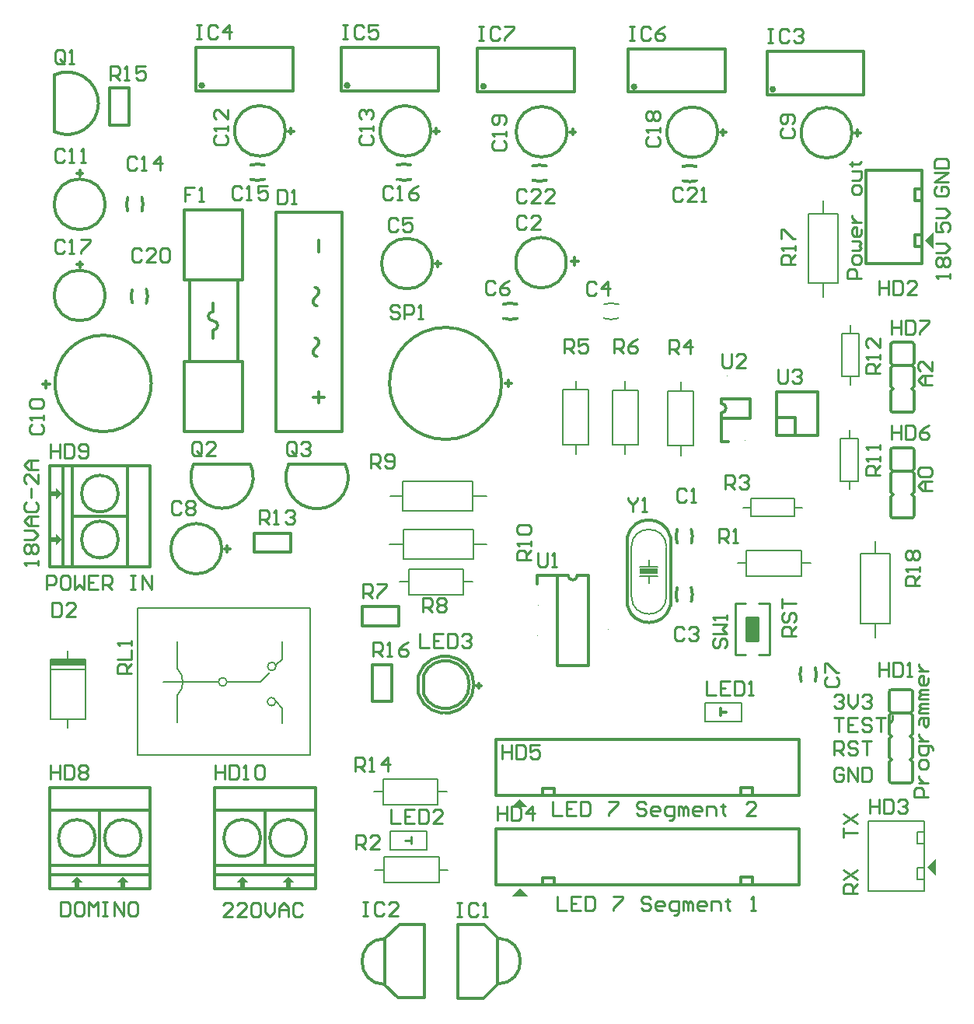
<source format=gto>
G04*
G04 #@! TF.GenerationSoftware,Altium Limited,Altium Designer,23.7.1 (13)*
G04*
G04 Layer_Color=65535*
%FSLAX44Y44*%
%MOMM*%
G71*
G04*
G04 #@! TF.SameCoordinates,08080B6D-4C5C-4958-99E3-925CFEBC34A3*
G04*
G04*
G04 #@! TF.FilePolarity,Positive*
G04*
G01*
G75*
%ADD10C,0.3000*%
%ADD11C,0.2000*%
%ADD12C,0.1000*%
%ADD13C,0.1778*%
%ADD14C,0.2500*%
%ADD15C,0.2540*%
%ADD16R,3.8100X0.7620*%
%ADD17R,1.2700X2.5400*%
G36*
X685290Y780000D02*
X678940Y773650D01*
Y777460D01*
X672590D01*
Y782540D01*
X678940D01*
Y786350D01*
X685290Y780000D01*
D02*
G37*
G36*
X685290Y730000D02*
X678940Y723650D01*
Y727460D01*
X672590D01*
Y732540D01*
X678940D01*
Y736350D01*
X685290Y730000D01*
D02*
G37*
G36*
X888350Y356940D02*
X884540D01*
Y350590D01*
X879460D01*
Y356940D01*
X875650D01*
X882000Y363290D01*
X888350Y356940D01*
D02*
G37*
G36*
X758350D02*
X754540D01*
Y350590D01*
X749460D01*
Y356940D01*
X745650D01*
X752000Y363290D01*
X758350Y356940D01*
D02*
G37*
G36*
X708350D02*
X704540D01*
Y350590D01*
X699460D01*
Y356940D01*
X695650D01*
X702000Y363290D01*
X708350Y356940D01*
D02*
G37*
G36*
X932000Y363290D02*
X925650Y356940D01*
X929460D01*
Y350590D01*
X934540D01*
Y356940D01*
X938350D01*
X932000Y363290D01*
D02*
G37*
G36*
X1175183Y341527D02*
X1193217D01*
X1184327Y350417D01*
Y350671D01*
X1175183Y341527D01*
D02*
G37*
G36*
X1637473Y363983D02*
Y382017D01*
X1628583Y373127D01*
X1628329D01*
X1637473Y363983D01*
D02*
G37*
G36*
X1175183Y438527D02*
X1193217D01*
X1184327Y447417D01*
Y447671D01*
X1175183Y438527D01*
D02*
G37*
G36*
X1314840Y698421D02*
X1334906D01*
Y692579D01*
X1314840D01*
Y698421D01*
D02*
G37*
G36*
X1634973Y1046983D02*
Y1065017D01*
X1626083Y1056127D01*
X1625829Y1056127D01*
X1634973Y1046983D01*
D02*
G37*
D10*
X1586700Y467700D02*
G03*
X1589500Y464900I2800J0D01*
G01*
X1609500Y464900D02*
G03*
X1612300Y467700I0J2800D01*
G01*
X1589500Y566500D02*
G03*
X1586700Y564100I-200J-2600D01*
G01*
X1612300D02*
G03*
X1609500Y566500I-2600J-200D01*
G01*
X1355741Y740819D02*
G03*
X1355829Y725910I22829J-7319D01*
G01*
X1371270Y726214D02*
G03*
X1371288Y740728I-22840J7286D01*
G01*
X1235000Y1031500D02*
G03*
X1235000Y1031500I-27500J0D01*
G01*
X1371259Y662681D02*
G03*
X1371171Y677590I-22829J7319D01*
G01*
X1355730Y677286D02*
G03*
X1355712Y662772I22840J-7286D01*
G01*
X1166481Y970741D02*
G03*
X1181390Y970829I7319J22829D01*
G01*
X1181086Y986270D02*
G03*
X1166572Y986289I-7286J-22840D01*
G01*
X1490741Y590519D02*
G03*
X1490829Y575610I22829J-7319D01*
G01*
X1506270Y575914D02*
G03*
X1506288Y590428I-22840J7286D01*
G01*
X859500Y720000D02*
G03*
X859500Y720000I-27500J0D01*
G01*
X732500Y1095000D02*
G03*
X732500Y1095000I-27500J0D01*
G01*
X928783Y1175000D02*
G03*
X928783Y1175000I-27500J0D01*
G01*
X1087215D02*
G03*
X1087215Y1175000I-27500J0D01*
G01*
X772759Y1087681D02*
G03*
X772671Y1102590I-22829J7319D01*
G01*
X757230Y1102286D02*
G03*
X757212Y1087772I22840J-7286D01*
G01*
X891381Y1122241D02*
G03*
X906290Y1122329I7319J22829D01*
G01*
X905986Y1137770D02*
G03*
X891472Y1137788I-7286J-22840D01*
G01*
X1050781Y1122241D02*
G03*
X1065690Y1122329I7319J22829D01*
G01*
X1065386Y1137770D02*
G03*
X1050872Y1137788I-7286J-22840D01*
G01*
X732500Y995760D02*
G03*
X732500Y995760I-27500J0D01*
G01*
X1399648Y1173500D02*
G03*
X1399648Y1173500I-27500J0D01*
G01*
X1235580Y1174000D02*
G03*
X1235580Y1174000I-27500J0D01*
G01*
X777759Y987480D02*
G03*
X777671Y1002389I-22829J7319D01*
G01*
X762230Y1002085D02*
G03*
X762212Y987571I22840J-7286D01*
G01*
X1361981Y1120741D02*
G03*
X1376890Y1120829I7319J22829D01*
G01*
X1376586Y1136270D02*
G03*
X1362072Y1136289I-7286J-22840D01*
G01*
X1198481Y1121241D02*
G03*
X1213390Y1121329I7319J22829D01*
G01*
X1213086Y1136770D02*
G03*
X1198572Y1136788I-7286J-22840D01*
G01*
X963953Y941134D02*
G03*
X961398Y949669I-3453J3616D01*
G01*
X960750Y937840D02*
G03*
X963306Y929306I3453J-3616D01*
G01*
X960750Y992840D02*
G03*
X963306Y984306I3453J-3616D01*
G01*
X963953Y996134D02*
G03*
X961398Y1004669I-3453J3616D01*
G01*
X850250Y957990D02*
G03*
X850250Y968150I0J5080D01*
G01*
X850250Y978310D02*
G03*
X850250Y968150I0J-5080D01*
G01*
X1613800Y827200D02*
G03*
X1611000Y829600I-2600J-200D01*
G01*
X1591000Y829600D02*
G03*
X1588200Y827200I-200J-2600D01*
G01*
X1611000Y753400D02*
G03*
X1613800Y756200I0J2800D01*
G01*
X1588200Y756200D02*
G03*
X1591000Y753400I2800J0D01*
G01*
X1613800Y942200D02*
G03*
X1611000Y944600I-2600J-200D01*
G01*
X1591000Y944600D02*
G03*
X1588200Y942200I-200J-2600D01*
G01*
X1611000Y868400D02*
G03*
X1613800Y871200I0J2800D01*
G01*
X1588200D02*
G03*
X1591000Y868400I2800J0D01*
G01*
X772000Y405000D02*
G03*
X772000Y405000I-20000J0D01*
G01*
X722000D02*
G03*
X722000Y405000I-20000J0D01*
G01*
X747000Y730000D02*
G03*
X747000Y730000I-20000J0D01*
G01*
Y780000D02*
G03*
X747000Y780000I-20000J0D01*
G01*
X952000Y405000D02*
G03*
X952000Y405000I-20000J0D01*
G01*
X902000D02*
G03*
X902000Y405000I-20000J0D01*
G01*
X1160000Y246000D02*
G03*
X1160000Y296000I0J25000D01*
G01*
X1037500Y295500D02*
G03*
X1037500Y245500I0J-25000D01*
G01*
X1461950Y1220300D02*
G03*
X1461950Y1220300I-2000J0D01*
G01*
X839883Y1224510D02*
G03*
X839883Y1224510I-2000J0D01*
G01*
X998315D02*
G03*
X998315Y1224510I-2000J0D01*
G01*
X1310748Y1223010D02*
G03*
X1310748Y1223010I-2000J0D01*
G01*
X1146680Y1223510D02*
G03*
X1146680Y1223510I-2000J0D01*
G01*
X1073967Y561972D02*
G03*
X1073941Y581952I29333J10028D01*
G01*
X1079300Y562000D02*
G03*
X1079329Y582068I24000J10000D01*
G01*
X677066Y1174253D02*
G03*
X677066Y1235887I14364J30817D01*
G01*
X829183Y812364D02*
G03*
X890817Y812364I30817J-14364D01*
G01*
X932683Y811864D02*
G03*
X994317Y811864I30817J-14364D01*
G01*
X1164500Y900000D02*
G03*
X1164500Y900000I-61000J0D01*
G01*
X1237000Y691000D02*
G03*
X1247000Y691000I5000J0D01*
G01*
X1404000Y868000D02*
G03*
X1404000Y878000I0J5000D01*
G01*
X1348475Y732832D02*
G03*
X1301525Y732832I-23475J-5582D01*
G01*
Y658168D02*
G03*
X1348475Y658168I23475J5582D01*
G01*
X783000Y900000D02*
G03*
X783000Y900000I-52500J0D01*
G01*
X1546000Y1173000D02*
G03*
X1546000Y1173000I-27500J0D01*
G01*
X1089000Y1030500D02*
G03*
X1089000Y1030500I-27500J0D01*
G01*
X1438200Y451862D02*
Y459482D01*
X1425500D02*
X1438200D01*
X1425500Y451862D02*
Y459482D01*
X1222046Y451354D02*
Y458974D01*
X1209346D02*
X1222046D01*
X1209346Y451354D02*
Y458974D01*
X1158800Y512060D02*
X1489000D01*
Y451100D02*
Y476500D01*
X1158800Y451100D02*
X1489000D01*
X1158800D02*
Y512060D01*
X1489000Y476500D02*
Y512060D01*
X1589240Y541100D02*
X1609660D01*
Y490300D02*
X1612200Y487760D01*
X1586700D02*
X1589240Y490300D01*
X1612300Y467440D02*
Y487760D01*
X1586700Y467440D02*
Y487760D01*
X1589500Y464900D02*
X1609500D01*
X1589500Y566500D02*
X1609500D01*
X1609660Y541100D02*
X1612200Y543640D01*
X1609660Y541100D02*
X1612200Y538560D01*
X1586700Y543640D02*
X1586800D01*
X1589340Y541100D01*
X1589240D02*
X1589340D01*
X1586700Y538560D02*
X1589240Y541100D01*
X1612300Y543640D02*
Y564100D01*
X1609660Y515700D02*
X1612200Y518240D01*
X1609660Y515700D02*
X1612200Y513160D01*
X1612300Y518240D02*
Y538560D01*
X1612200Y518240D02*
X1612300D01*
X1586700Y543740D02*
Y564100D01*
Y543740D02*
X1586800Y543640D01*
X1586700Y518240D02*
Y538560D01*
Y518240D02*
X1586800D01*
X1589340Y515700D01*
X1586800Y513160D02*
X1589340Y515700D01*
X1612300Y492840D02*
Y513300D01*
X1609660Y490300D02*
X1612200Y492840D01*
Y467440D02*
X1612300D01*
X1586700Y492940D02*
X1586800Y492840D01*
X1586700Y492940D02*
Y513300D01*
X1589240Y490300D02*
X1589340D01*
X1586800Y492840D02*
X1589340Y490300D01*
X1586700Y492840D02*
X1586800D01*
X1586700Y467440D02*
X1586800D01*
X862750Y719750D02*
X868750D01*
X865750Y716750D02*
Y722750D01*
X705250Y1125750D02*
Y1131750D01*
X702250Y1128750D02*
X708250D01*
X932033Y1174750D02*
X938033D01*
X935032Y1171750D02*
Y1177750D01*
X1090465Y1174750D02*
X1096465D01*
X1093465Y1171750D02*
Y1177750D01*
X705250Y1026510D02*
Y1032510D01*
X702250Y1029510D02*
X708250D01*
X1402897Y1173250D02*
X1408898D01*
X1405898Y1170250D02*
Y1176250D01*
X1238830Y1173750D02*
X1244830D01*
X1241830Y1170750D02*
Y1176750D01*
X965250Y1055500D02*
X965250Y1043500D01*
X960750Y937841D02*
Y938000D01*
X963884Y941134D01*
X960750Y993000D02*
X963884Y996134D01*
X960750Y992840D02*
Y993000D01*
X965250Y878500D02*
X965250Y890500D01*
X959250Y884500D02*
X971250D01*
X919000Y1086500D02*
X991000D01*
X919000Y847500D02*
Y1086500D01*
Y847500D02*
X991000D01*
Y1086500D01*
X824850Y923700D02*
Y1012600D01*
X818500D02*
Y1088800D01*
X882000Y1012600D02*
Y1088800D01*
X818500Y1012600D02*
X882000D01*
X818500Y1088800D02*
X882000D01*
X818500Y847500D02*
X882000D01*
X876920Y923700D02*
Y1012600D01*
X882000Y847500D02*
Y923700D01*
X818500Y847500D02*
Y923700D01*
X882000D01*
X850250Y978310D02*
Y987200D01*
Y949100D02*
Y957990D01*
X1614780Y1112134D02*
X1622400D01*
X1614780Y1099434D02*
Y1112134D01*
Y1099434D02*
X1622400D01*
X1614526Y1061588D02*
X1622146D01*
X1614526Y1048888D02*
Y1061588D01*
Y1048888D02*
X1622146D01*
X1561440Y1132200D02*
X1597000D01*
X1561440Y1030600D02*
X1622400D01*
Y1132200D01*
X1597000D02*
X1622400D01*
X1561440Y1030600D02*
Y1132200D01*
X1489000Y379500D02*
Y415060D01*
X1158800Y354100D02*
Y415060D01*
Y354100D02*
X1489000D01*
Y379500D01*
X1158800Y415060D02*
X1489000D01*
X1209346Y354354D02*
Y361974D01*
X1222046D01*
Y354354D02*
Y361974D01*
X1425500Y354862D02*
Y362482D01*
X1438200D01*
Y354862D02*
Y362482D01*
X1590840Y804200D02*
X1611160D01*
X1588200Y781340D02*
Y801660D01*
Y806840D02*
X1588300Y806740D01*
X1613800Y781340D02*
Y801660D01*
X1588200D02*
X1590740Y804200D01*
X1590840D01*
X1588300Y806740D02*
X1590840Y804200D01*
X1588200Y806740D02*
X1588300D01*
X1611160Y804200D02*
X1613700Y801660D01*
X1611160Y804200D02*
X1613700Y806740D01*
X1588200Y755940D02*
X1588300D01*
X1613700D02*
X1613800D01*
X1588200Y806840D02*
Y827200D01*
X1613800Y806740D02*
Y827200D01*
X1591000Y829600D02*
X1611000D01*
X1591000Y753400D02*
X1611000D01*
X1588200Y755940D02*
Y776260D01*
X1613800Y755940D02*
Y776260D01*
X1588300Y781340D02*
X1590840Y778800D01*
X1590740D02*
X1590840D01*
X1588200Y776260D02*
X1590740Y778800D01*
X1611160D02*
X1613700Y776260D01*
X1611160Y778800D02*
X1613700Y781340D01*
X1590840Y919200D02*
X1611160D01*
X1588200Y896340D02*
Y916660D01*
Y921840D02*
X1588300Y921740D01*
X1613800Y896340D02*
Y916660D01*
X1588200D02*
X1590740Y919200D01*
X1590840D01*
X1588300Y921740D02*
X1590840Y919200D01*
X1588200Y921740D02*
X1588300D01*
X1611160Y919200D02*
X1613700Y916660D01*
X1611160Y919200D02*
X1613700Y921740D01*
X1588200Y870940D02*
X1588300D01*
X1613700D02*
X1613800D01*
X1588200Y921840D02*
Y942200D01*
X1613800Y921740D02*
Y942200D01*
X1591000Y944600D02*
X1611000D01*
X1591000Y868400D02*
X1611000D01*
X1588200Y870940D02*
Y891260D01*
X1613800Y870940D02*
Y891260D01*
X1588300Y896340D02*
X1590840Y893800D01*
X1590740D02*
X1590840D01*
X1588200Y891260D02*
X1590740Y893800D01*
X1611160D02*
X1613700Y891260D01*
X1611160Y893800D02*
X1613700Y896340D01*
X672000Y350000D02*
Y460000D01*
X782000D01*
Y350000D02*
Y460000D01*
X672000Y350000D02*
X782000D01*
X672000Y365000D02*
X782000D01*
X672000Y375000D02*
X782000D01*
X672000Y435000D02*
X782000D01*
X727000Y375000D02*
Y435000D01*
X672000Y810000D02*
X782000D01*
Y700000D02*
Y810000D01*
X672000Y700000D02*
X782000D01*
X672000D02*
Y810000D01*
X687000Y700000D02*
Y810000D01*
X697000Y700000D02*
Y810000D01*
X757000Y700000D02*
Y810000D01*
X697000Y755000D02*
X757000D01*
X852000Y350000D02*
Y460000D01*
X962000D01*
Y350000D02*
Y460000D01*
X852000Y350000D02*
X962000D01*
X852000Y365000D02*
X962000D01*
X852000Y375000D02*
X962000D01*
X852000Y435000D02*
X962000D01*
X907000Y375000D02*
Y435000D01*
X1144500Y230500D02*
X1160000Y246000D01*
X1117000Y230500D02*
X1144500D01*
X1146000Y310500D02*
X1160000Y296500D01*
X1117000Y310500D02*
X1146000D01*
X1160000Y246000D02*
Y296500D01*
X1117000Y230500D02*
Y310500D01*
X1037500Y295500D02*
X1053000Y311000D01*
X1080500D01*
X1037500Y245000D02*
X1051500Y231000D01*
X1080500D01*
X1037500Y245000D02*
Y295500D01*
X1080500Y231000D02*
Y311000D01*
X1559150Y1214500D02*
Y1261500D01*
X1453750Y1214500D02*
X1559150D01*
X1453750D02*
Y1261500D01*
X1559150D01*
X937083Y1218710D02*
Y1265710D01*
X831682Y1218710D02*
X937083D01*
X831682D02*
Y1265710D01*
X937083D01*
X1095515Y1218710D02*
Y1265710D01*
X990115Y1218710D02*
X1095515D01*
X990115D02*
Y1265710D01*
X1095515D01*
X1407947Y1217210D02*
Y1264210D01*
X1302548Y1217210D02*
X1407947D01*
X1302548D02*
Y1264210D01*
X1407947D01*
X1243880Y1217710D02*
Y1264710D01*
X1138480Y1217710D02*
X1243880D01*
X1138480D02*
Y1264710D01*
X1243880D01*
X1403206Y538190D02*
Y545810D01*
Y542000D02*
X1409302D01*
X1073941Y581952D02*
X1073967Y581926D01*
Y561971D02*
Y581926D01*
X1079300Y582039D02*
X1079328Y582068D01*
X1079300Y562000D02*
Y582039D01*
X1139800Y568500D02*
Y573500D01*
X1137300Y571000D02*
X1142300D01*
X677066Y1174253D02*
Y1235887D01*
X829183Y812364D02*
X890817D01*
X932683Y811864D02*
X994317D01*
X1052500Y636000D02*
Y657000D01*
X1012500D02*
X1052500D01*
X1012500Y636000D02*
Y657000D01*
Y636000D02*
X1052500D01*
X737500Y1221500D02*
X758500D01*
X737500Y1181500D02*
Y1221500D01*
Y1181500D02*
X758500D01*
Y1221500D01*
X1024000Y553500D02*
X1045000D01*
Y593500D01*
X1024000D02*
X1045000D01*
X1024000Y553500D02*
Y593500D01*
X1172000Y896500D02*
Y903500D01*
X1168500Y900000D02*
X1175500D01*
X1203000Y682000D02*
Y691000D01*
X1225000D01*
X1247000D02*
X1259000D01*
X1225000D02*
X1237000D01*
X1225000Y593000D02*
X1259000D01*
X1225000D02*
Y691000D01*
X1259000Y593000D02*
Y691000D01*
X1404000Y837000D02*
X1411500D01*
X1404000D02*
Y862250D01*
Y878000D02*
Y883000D01*
Y862250D02*
Y868000D01*
Y883000D02*
X1435000D01*
Y862250D02*
Y883000D01*
X1404000Y862250D02*
X1435000D01*
X1464250Y891000D02*
X1508750D01*
Y843000D02*
Y891000D01*
X1464250Y843000D02*
X1508750D01*
X1464250D02*
Y891000D01*
X1464750Y862500D02*
X1484750D01*
Y843000D02*
Y862500D01*
X1348500Y658168D02*
Y732832D01*
X1301500Y658168D02*
Y732832D01*
X1549250Y1172750D02*
X1555250D01*
X1552250Y1169750D02*
Y1175750D01*
X1092250Y1030250D02*
X1098250D01*
X1095250Y1027250D02*
Y1033250D01*
X935000Y716000D02*
Y737000D01*
X895000D02*
X935000D01*
X895000Y716000D02*
Y737000D01*
Y716000D02*
X935000D01*
X1248140Y1033122D02*
X1240143D01*
X1244141Y1029123D02*
Y1037121D01*
X664500Y898998D02*
X672497D01*
X668499Y902997D02*
Y894999D01*
D11*
X1275797Y970971D02*
G03*
X1291803Y970971I8003J22599D01*
G01*
X1291803Y986029D02*
G03*
X1275797Y986029I-8003J-22599D01*
G01*
X1354600Y733089D02*
Y734030D01*
X1372400Y732970D02*
Y733911D01*
Y669470D02*
Y670411D01*
X1354600Y669589D02*
Y670530D01*
X1283270Y969600D02*
X1284211D01*
X1283389Y987400D02*
X1284330D01*
X1173270Y969600D02*
X1174211D01*
X1173389Y987400D02*
X1174330D01*
X1489600Y582789D02*
Y583730D01*
X1507400Y582670D02*
Y583611D01*
X773900Y1094470D02*
Y1095411D01*
X756100Y1094589D02*
Y1095530D01*
X898170Y1121100D02*
X899111D01*
X898289Y1138900D02*
X899230D01*
X1057570Y1121100D02*
X1058511D01*
X1057689Y1138900D02*
X1058630D01*
X778900Y994269D02*
Y995210D01*
X761100Y994388D02*
Y995329D01*
X1368770Y1119600D02*
X1369711D01*
X1368889Y1137400D02*
X1369830D01*
X1205270Y1120100D02*
X1206211D01*
X1205389Y1137900D02*
X1206330D01*
X1386000Y532000D02*
Y552000D01*
Y532000D02*
X1426000D01*
Y552000D01*
X1386000D02*
X1426000D01*
X1043000Y392500D02*
X1083000D01*
X1043000D02*
Y412500D01*
X1083000D01*
Y392500D02*
Y412500D01*
D12*
X1204500Y658250D02*
G03*
X1204500Y658250I-500J0D01*
G01*
Y625750D02*
G03*
X1204500Y625750I-500J0D01*
G01*
X1280500Y599750D02*
G03*
X1280500Y599750I-500J0D01*
G01*
Y632250D02*
G03*
X1280500Y632250I-500J0D01*
G01*
Y664750D02*
G03*
X1280500Y664750I-500J0D01*
G01*
X1430000Y838000D02*
G03*
X1430000Y838000I-500J0D01*
G01*
X1410000Y908000D02*
G03*
X1410000Y908000I-500J0D01*
G01*
D13*
X1305950Y667814D02*
G03*
X1344050Y667999I19050J126D01*
G01*
Y722101D02*
G03*
X1305950Y721916I-19050J-126D01*
G01*
X811106Y560014D02*
G03*
X811360Y589478I-14605J14859D01*
G01*
X865208Y575000D02*
G03*
X865208Y575000I-4522J0D01*
G01*
X918802Y591764D02*
G03*
X918802Y591764I-4522J0D01*
G01*
X918548Y553410D02*
G03*
X918548Y553410I-4522J0D01*
G01*
X1498498Y1008900D02*
X1531010D01*
X1514500Y1084846D02*
X1531010D01*
Y1008900D02*
Y1084846D01*
X1498498Y1008900D02*
Y1084846D01*
X1514500D01*
Y993660D02*
Y1008900D01*
Y1084846D02*
Y1098816D01*
X684126Y599916D02*
X692000D01*
X700128D01*
X672950Y588740D02*
X711050D01*
X692000Y599916D02*
Y608806D01*
X672950Y599916D02*
X711050D01*
X692000Y524986D02*
Y534130D01*
X672950D02*
X711050D01*
X672950D02*
Y599916D01*
X711050Y534130D02*
Y599916D01*
X1563940Y347600D02*
X1624900D01*
Y423800D01*
X1563940D02*
X1624900D01*
X1563940Y347600D02*
Y423800D01*
X1617026Y360046D02*
X1624646D01*
X1617026D02*
Y372746D01*
X1624646D01*
X1617534Y398654D02*
X1625154D01*
X1617534D02*
Y411354D01*
X1625154D01*
X1491018Y704754D02*
X1501432D01*
X1421676D02*
X1431328D01*
Y718470D02*
X1491018D01*
X1431328Y690530D02*
Y718470D01*
Y690530D02*
X1491018D01*
Y718470D01*
X1026068Y370246D02*
X1036482D01*
X1096172D02*
X1105824D01*
X1036482Y356530D02*
X1096172D01*
Y384470D01*
X1036482D02*
X1096172D01*
X1036482Y356530D02*
Y384470D01*
X1483418Y765000D02*
X1492308Y765000D01*
X1436428Y755348D02*
X1483418Y755348D01*
X1427792Y765000D02*
X1436428Y765000D01*
Y774652D02*
X1483418D01*
X1436428Y755348D02*
Y774652D01*
X1483418Y755348D02*
Y774652D01*
X1359754Y821668D02*
Y832082D01*
Y891772D02*
Y901424D01*
X1373470Y832082D02*
Y891772D01*
X1345530D02*
X1373470D01*
X1345530Y832082D02*
Y891772D01*
Y832082D02*
X1373470D01*
X1245254Y823168D02*
Y833582D01*
Y893272D02*
Y902924D01*
X1258970Y833582D02*
Y893272D01*
X1231030D02*
X1258970D01*
X1231030Y833582D02*
Y893272D01*
Y833582D02*
X1258970D01*
X1299254Y822668D02*
Y833082D01*
Y892772D02*
Y902424D01*
X1312970Y833082D02*
Y892772D01*
X1285030D02*
X1312970D01*
X1285030Y833082D02*
Y892772D01*
Y833082D02*
X1312970D01*
X1122918Y684254D02*
X1133332D01*
X1053576D02*
X1063228D01*
Y697970D02*
X1122918D01*
X1063228Y670030D02*
Y697970D01*
Y670030D02*
X1122918D01*
Y697970D01*
X1133100Y760998D02*
Y793510D01*
X1057154Y777000D02*
Y793510D01*
X1133100D01*
X1057154Y760998D02*
X1133100D01*
X1057154D02*
Y777000D01*
X1133100D02*
X1148340D01*
X1043184D02*
X1057154D01*
X1543500Y840318D02*
Y849208D01*
X1553152Y793328D02*
Y840318D01*
X1543500Y784692D02*
Y793328D01*
X1533848D02*
Y840318D01*
Y793328D02*
X1553152D01*
X1533848Y840318D02*
X1553152D01*
X1544500Y954418D02*
Y963308D01*
X1554152Y907428D02*
Y954418D01*
X1544500Y898792D02*
Y907428D01*
X1534848D02*
Y954418D01*
Y907428D02*
X1554152D01*
X1534848Y954418D02*
X1554152D01*
X1094918Y455754D02*
X1105332D01*
X1025576D02*
X1035228D01*
Y469470D02*
X1094918D01*
X1035228Y441530D02*
Y469470D01*
Y441530D02*
X1094918D01*
Y469470D01*
X1344050Y668329D02*
Y721670D01*
X1305950Y668583D02*
Y721924D01*
X1315348Y700580D02*
X1334398D01*
X1325254D02*
Y708200D01*
X1315348Y690166D02*
X1334144D01*
X1325254Y682292D02*
Y690166D01*
X1057900Y708490D02*
Y741002D01*
X1133846Y708490D02*
Y725000D01*
X1057900Y708490D02*
X1133846D01*
X1057900Y741002D02*
X1133846D01*
Y725000D02*
Y741002D01*
X1042660Y725000D02*
X1057900D01*
X1133846D02*
X1147816D01*
X1555498Y638400D02*
X1588010D01*
X1571500Y714346D02*
X1588010D01*
Y638400D02*
Y714346D01*
X1555498Y638400D02*
Y714346D01*
X1571500D01*
Y623160D02*
Y638400D01*
Y714346D02*
Y728316D01*
X811106Y589732D02*
Y618688D01*
X810852Y531058D02*
Y559760D01*
X902038Y575000D02*
X911944Y584906D01*
X865716Y575000D02*
X902038D01*
X918548Y553410D02*
X925406Y546552D01*
Y529788D02*
Y546552D01*
X918802Y593288D02*
X925406Y599892D01*
Y619196D01*
X768180Y655010D02*
X956140D01*
X768180Y494990D02*
X956140D01*
X768180D02*
Y655010D01*
X956140Y494990D02*
Y655010D01*
X796374Y574746D02*
X855556D01*
D14*
X1065794Y398690D02*
Y406310D01*
X1059698Y402500D02*
X1065794D01*
D15*
X1418958Y604306D02*
X1430388D01*
X1444612D02*
X1456042D01*
Y660694D01*
X1418958Y604306D02*
Y660694D01*
X1431150Y619800D02*
Y645200D01*
X1443850D01*
Y619800D02*
Y645200D01*
X1431150Y619800D02*
X1443850D01*
X1418958Y660694D02*
X1430388D01*
X1444612D02*
X1456042D01*
X669000Y676000D02*
Y691235D01*
X676618D01*
X679157Y688696D01*
Y683617D01*
X676618Y681078D01*
X669000D01*
X691853Y691235D02*
X686774D01*
X684235Y688696D01*
Y678539D01*
X686774Y676000D01*
X691853D01*
X694392Y678539D01*
Y688696D01*
X691853Y691235D01*
X699470D02*
Y676000D01*
X704548Y681078D01*
X709627Y676000D01*
Y691235D01*
X724862D02*
X714705D01*
Y676000D01*
X724862D01*
X714705Y683617D02*
X719784D01*
X729940Y676000D02*
Y691235D01*
X737558D01*
X740097Y688696D01*
Y683617D01*
X737558Y681078D01*
X729940D01*
X735019D02*
X740097Y676000D01*
X760410Y691235D02*
X765489D01*
X762950D01*
Y676000D01*
X760410D01*
X765489D01*
X773106D02*
Y691235D01*
X783263Y676000D01*
Y691235D01*
X1637765Y1075407D02*
Y1065250D01*
X1645383D01*
X1642843Y1070328D01*
Y1072868D01*
X1645383Y1075407D01*
X1650461D01*
X1653000Y1072868D01*
Y1067789D01*
X1650461Y1065250D01*
X1637765Y1080485D02*
X1647922D01*
X1653000Y1085563D01*
X1647922Y1090642D01*
X1637765D01*
X1653000Y1014500D02*
Y1019578D01*
Y1017039D01*
X1637765D01*
X1640304Y1014500D01*
Y1027196D02*
X1637765Y1029735D01*
Y1034813D01*
X1640304Y1037353D01*
X1642843D01*
X1645383Y1034813D01*
X1647922Y1037353D01*
X1650461D01*
X1653000Y1034813D01*
Y1029735D01*
X1650461Y1027196D01*
X1647922D01*
X1645383Y1029735D01*
X1642843Y1027196D01*
X1640304D01*
X1645383Y1029735D02*
Y1034813D01*
X1637765Y1042431D02*
X1647922D01*
X1653000Y1047509D01*
X1647922Y1052588D01*
X1637765D01*
X1638304Y1114157D02*
X1635765Y1111618D01*
Y1106539D01*
X1638304Y1104000D01*
X1648461D01*
X1651000Y1106539D01*
Y1111618D01*
X1648461Y1114157D01*
X1643383D01*
Y1109078D01*
X1651000Y1119235D02*
X1635765D01*
X1651000Y1129392D01*
X1635765D01*
Y1134470D02*
X1651000D01*
Y1142088D01*
X1648461Y1144627D01*
X1638304D01*
X1635765Y1142088D01*
Y1134470D01*
X1537157Y479196D02*
X1534617Y481735D01*
X1529539D01*
X1527000Y479196D01*
Y469039D01*
X1529539Y466500D01*
X1534617D01*
X1537157Y469039D01*
Y474118D01*
X1532078D01*
X1542235Y466500D02*
Y481735D01*
X1552392Y466500D01*
Y481735D01*
X1557470D02*
Y466500D01*
X1565088D01*
X1567627Y469039D01*
Y479196D01*
X1565088Y481735D01*
X1557470D01*
X1527000Y495000D02*
Y510235D01*
X1534617D01*
X1537157Y507696D01*
Y502617D01*
X1534617Y500078D01*
X1527000D01*
X1532078D02*
X1537157Y495000D01*
X1552392Y507696D02*
X1549853Y510235D01*
X1544774D01*
X1542235Y507696D01*
Y505157D01*
X1544774Y502617D01*
X1549853D01*
X1552392Y500078D01*
Y497539D01*
X1549853Y495000D01*
X1544774D01*
X1542235Y497539D01*
X1557470Y510235D02*
X1567627D01*
X1562549D01*
Y495000D01*
X1527000Y536235D02*
X1537157D01*
X1532078D01*
Y521000D01*
X1552392Y536235D02*
X1542235D01*
Y521000D01*
X1552392D01*
X1542235Y528618D02*
X1547313D01*
X1567627Y533696D02*
X1565088Y536235D01*
X1560009D01*
X1557470Y533696D01*
Y531157D01*
X1560009Y528618D01*
X1565088D01*
X1567627Y526078D01*
Y523539D01*
X1565088Y521000D01*
X1560009D01*
X1557470Y523539D01*
X1572705Y536235D02*
X1582862D01*
X1577784D01*
Y521000D01*
X1590479Y538774D02*
Y533696D01*
X1587940Y531157D01*
X1527000Y559196D02*
X1529539Y561735D01*
X1534617D01*
X1537157Y559196D01*
Y556657D01*
X1534617Y554118D01*
X1532078D01*
X1534617D01*
X1537157Y551578D01*
Y549039D01*
X1534617Y546500D01*
X1529539D01*
X1527000Y549039D01*
X1542235Y561735D02*
Y551578D01*
X1547313Y546500D01*
X1552392Y551578D01*
Y561735D01*
X1557470Y559196D02*
X1560009Y561735D01*
X1565088D01*
X1567627Y559196D01*
Y556657D01*
X1565088Y554118D01*
X1562549D01*
X1565088D01*
X1567627Y551578D01*
Y549039D01*
X1565088Y546500D01*
X1560009D01*
X1557470Y549039D01*
X871657Y319000D02*
X861500D01*
X871657Y329157D01*
Y331696D01*
X869118Y334235D01*
X864039D01*
X861500Y331696D01*
X886892Y319000D02*
X876735D01*
X886892Y329157D01*
Y331696D01*
X884353Y334235D01*
X879274D01*
X876735Y331696D01*
X891970D02*
X894509Y334235D01*
X899588D01*
X902127Y331696D01*
Y321539D01*
X899588Y319000D01*
X894509D01*
X891970Y321539D01*
Y331696D01*
X907205Y334235D02*
Y324078D01*
X912284Y319000D01*
X917362Y324078D01*
Y334235D01*
X922440Y319000D02*
Y329157D01*
X927519Y334235D01*
X932597Y329157D01*
Y319000D01*
Y326618D01*
X922440D01*
X947832Y331696D02*
X945293Y334235D01*
X940215D01*
X937675Y331696D01*
Y321539D01*
X940215Y319000D01*
X945293D01*
X947832Y321539D01*
X1552000Y345000D02*
X1536765D01*
Y352617D01*
X1539304Y355157D01*
X1544382D01*
X1546922Y352617D01*
Y345000D01*
Y350078D02*
X1552000Y355157D01*
X1536765Y360235D02*
X1552000Y370392D01*
X1536765D02*
X1552000Y360235D01*
X1536765Y405940D02*
Y416097D01*
Y411019D01*
X1552000D01*
X1536765Y421175D02*
X1552000Y431332D01*
X1536765D02*
X1552000Y421175D01*
X1629000Y449500D02*
X1613765D01*
Y457118D01*
X1616304Y459657D01*
X1621382D01*
X1623922Y457118D01*
Y449500D01*
X1618843Y464735D02*
X1629000D01*
X1623922D01*
X1621382Y467274D01*
X1618843Y469813D01*
Y472353D01*
X1629000Y482509D02*
Y487588D01*
X1626461Y490127D01*
X1621382D01*
X1618843Y487588D01*
Y482509D01*
X1621382Y479970D01*
X1626461D01*
X1629000Y482509D01*
X1634078Y500284D02*
Y502823D01*
X1631539Y505362D01*
X1618843D01*
Y497744D01*
X1621382Y495205D01*
X1626461D01*
X1629000Y497744D01*
Y505362D01*
X1618843Y510440D02*
X1629000D01*
X1623922D01*
X1621382Y512980D01*
X1618843Y515519D01*
Y518058D01*
Y528214D02*
Y533293D01*
X1621382Y535832D01*
X1629000D01*
Y528214D01*
X1626461Y525675D01*
X1623922Y528214D01*
Y535832D01*
X1629000Y540910D02*
X1618843D01*
Y543450D01*
X1621382Y545989D01*
X1629000D01*
X1621382D01*
X1618843Y548528D01*
X1621382Y551067D01*
X1629000D01*
Y556146D02*
X1618843D01*
Y558685D01*
X1621382Y561224D01*
X1629000D01*
X1621382D01*
X1618843Y563763D01*
X1621382Y566302D01*
X1629000D01*
Y578998D02*
Y573920D01*
X1626461Y571381D01*
X1621382D01*
X1618843Y573920D01*
Y578998D01*
X1621382Y581537D01*
X1623922D01*
Y571381D01*
X1618843Y586616D02*
X1629000D01*
X1623922D01*
X1621382Y589155D01*
X1618843Y591694D01*
Y594233D01*
X1485500Y625000D02*
X1470265D01*
Y632617D01*
X1472804Y635157D01*
X1477883D01*
X1480422Y632617D01*
Y625000D01*
Y630078D02*
X1485500Y635157D01*
X1472804Y650392D02*
X1470265Y647853D01*
Y642774D01*
X1472804Y640235D01*
X1475343D01*
X1477883Y642774D01*
Y647853D01*
X1480422Y650392D01*
X1482961D01*
X1485500Y647853D01*
Y642774D01*
X1482961Y640235D01*
X1470265Y655470D02*
Y665627D01*
Y660548D01*
X1485500D01*
X684500Y335235D02*
Y320000D01*
X692118D01*
X694657Y322539D01*
Y332696D01*
X692118Y335235D01*
X684500D01*
X707353D02*
X702274D01*
X699735Y332696D01*
Y322539D01*
X702274Y320000D01*
X707353D01*
X709892Y322539D01*
Y332696D01*
X707353Y335235D01*
X714970Y320000D02*
Y335235D01*
X720049Y330157D01*
X725127Y335235D01*
Y320000D01*
X730205Y335235D02*
X735284D01*
X732744D01*
Y320000D01*
X730205D01*
X735284D01*
X742901D02*
Y335235D01*
X753058Y320000D01*
Y335235D01*
X765754D02*
X760675D01*
X758136Y332696D01*
Y322539D01*
X760675Y320000D01*
X765754D01*
X768293Y322539D01*
Y332696D01*
X765754Y335235D01*
X660000Y702000D02*
Y707078D01*
Y704539D01*
X644765D01*
X647304Y702000D01*
Y714696D02*
X644765Y717235D01*
Y722313D01*
X647304Y724853D01*
X649843D01*
X652383Y722313D01*
X654922Y724853D01*
X657461D01*
X660000Y722313D01*
Y717235D01*
X657461Y714696D01*
X654922D01*
X652383Y717235D01*
X649843Y714696D01*
X647304D01*
X652383Y717235D02*
Y722313D01*
X644765Y729931D02*
X654922D01*
X660000Y735009D01*
X654922Y740088D01*
X644765D01*
X660000Y745166D02*
X649843D01*
X644765Y750244D01*
X649843Y755323D01*
X660000D01*
X652383D01*
Y745166D01*
X647304Y770558D02*
X644765Y768019D01*
Y762940D01*
X647304Y760401D01*
X657461D01*
X660000Y762940D01*
Y768019D01*
X657461Y770558D01*
X652383Y775636D02*
Y785793D01*
X660000Y801028D02*
Y790871D01*
X649843Y801028D01*
X647304D01*
X644765Y798489D01*
Y793410D01*
X647304Y790871D01*
X660000Y806106D02*
X649843D01*
X644765Y811185D01*
X649843Y816263D01*
X660000D01*
X652383D01*
Y806106D01*
X1225000Y341235D02*
Y326000D01*
X1235157D01*
X1250392Y341235D02*
X1240235D01*
Y326000D01*
X1250392D01*
X1240235Y333618D02*
X1245313D01*
X1255470Y341235D02*
Y326000D01*
X1263088D01*
X1265627Y328539D01*
Y338696D01*
X1263088Y341235D01*
X1255470D01*
X1285940D02*
X1296097D01*
Y338696D01*
X1285940Y328539D01*
Y326000D01*
X1326567Y338696D02*
X1324028Y341235D01*
X1318950D01*
X1316410Y338696D01*
Y336157D01*
X1318950Y333618D01*
X1324028D01*
X1326567Y331078D01*
Y328539D01*
X1324028Y326000D01*
X1318950D01*
X1316410Y328539D01*
X1339263Y326000D02*
X1334185D01*
X1331646Y328539D01*
Y333618D01*
X1334185Y336157D01*
X1339263D01*
X1341802Y333618D01*
Y331078D01*
X1331646D01*
X1351959Y320922D02*
X1354498D01*
X1357037Y323461D01*
Y336157D01*
X1349420D01*
X1346881Y333618D01*
Y328539D01*
X1349420Y326000D01*
X1357037D01*
X1362116D02*
Y336157D01*
X1364655D01*
X1367194Y333618D01*
Y326000D01*
Y333618D01*
X1369733Y336157D01*
X1372272Y333618D01*
Y326000D01*
X1384968D02*
X1379890D01*
X1377351Y328539D01*
Y333618D01*
X1379890Y336157D01*
X1384968D01*
X1387507Y333618D01*
Y331078D01*
X1377351D01*
X1392586Y326000D02*
Y336157D01*
X1400203D01*
X1402742Y333618D01*
Y326000D01*
X1410360Y338696D02*
Y336157D01*
X1407821D01*
X1412899D01*
X1410360D01*
Y328539D01*
X1412899Y326000D01*
X1435752D02*
X1440830D01*
X1438291D01*
Y341235D01*
X1435752Y338696D01*
X1220000Y444235D02*
Y429000D01*
X1230157D01*
X1245392Y444235D02*
X1235235D01*
Y429000D01*
X1245392D01*
X1235235Y436618D02*
X1240313D01*
X1250470Y444235D02*
Y429000D01*
X1258088D01*
X1260627Y431539D01*
Y441696D01*
X1258088Y444235D01*
X1250470D01*
X1280940D02*
X1291097D01*
Y441696D01*
X1280940Y431539D01*
Y429000D01*
X1321567Y441696D02*
X1319028Y444235D01*
X1313950D01*
X1311410Y441696D01*
Y439157D01*
X1313950Y436618D01*
X1319028D01*
X1321567Y434078D01*
Y431539D01*
X1319028Y429000D01*
X1313950D01*
X1311410Y431539D01*
X1334263Y429000D02*
X1329185D01*
X1326646Y431539D01*
Y436618D01*
X1329185Y439157D01*
X1334263D01*
X1336802Y436618D01*
Y434078D01*
X1326646D01*
X1346959Y423922D02*
X1349498D01*
X1352037Y426461D01*
Y439157D01*
X1344420D01*
X1341881Y436618D01*
Y431539D01*
X1344420Y429000D01*
X1352037D01*
X1357116D02*
Y439157D01*
X1359655D01*
X1362194Y436618D01*
Y429000D01*
Y436618D01*
X1364733Y439157D01*
X1367272Y436618D01*
Y429000D01*
X1379968D02*
X1374890D01*
X1372351Y431539D01*
Y436618D01*
X1374890Y439157D01*
X1379968D01*
X1382507Y436618D01*
Y434078D01*
X1372351D01*
X1387586Y429000D02*
Y439157D01*
X1395203D01*
X1397742Y436618D01*
Y429000D01*
X1405360Y441696D02*
Y439157D01*
X1402821D01*
X1407899D01*
X1405360D01*
Y431539D01*
X1407899Y429000D01*
X1440909D02*
X1430752D01*
X1440909Y439157D01*
Y441696D01*
X1438369Y444235D01*
X1433291D01*
X1430752Y441696D01*
X1556000Y1014500D02*
X1540765D01*
Y1022117D01*
X1543304Y1024657D01*
X1548383D01*
X1550922Y1022117D01*
Y1014500D01*
X1556000Y1032274D02*
Y1037353D01*
X1553461Y1039892D01*
X1548383D01*
X1545843Y1037353D01*
Y1032274D01*
X1548383Y1029735D01*
X1553461D01*
X1556000Y1032274D01*
X1545843Y1044970D02*
X1553461D01*
X1556000Y1047509D01*
X1553461Y1050049D01*
X1556000Y1052588D01*
X1553461Y1055127D01*
X1545843D01*
X1556000Y1067823D02*
Y1062744D01*
X1553461Y1060205D01*
X1548383D01*
X1545843Y1062744D01*
Y1067823D01*
X1548383Y1070362D01*
X1550922D01*
Y1060205D01*
X1545843Y1075440D02*
X1556000D01*
X1550922D01*
X1548383Y1077980D01*
X1545843Y1080519D01*
Y1083058D01*
X1556000Y1108450D02*
Y1113528D01*
X1553461Y1116067D01*
X1548383D01*
X1545843Y1113528D01*
Y1108450D01*
X1548383Y1105910D01*
X1553461D01*
X1556000Y1108450D01*
X1545843Y1121145D02*
X1553461D01*
X1556000Y1123685D01*
Y1131302D01*
X1545843D01*
X1543304Y1138920D02*
X1545843D01*
Y1136381D01*
Y1141459D01*
Y1138920D01*
X1553461D01*
X1556000Y1141459D01*
X1633500Y783000D02*
X1623343D01*
X1618265Y788078D01*
X1623343Y793157D01*
X1633500D01*
X1625883D01*
Y783000D01*
X1620804Y798235D02*
X1618265Y800774D01*
Y805853D01*
X1620804Y808392D01*
X1630961D01*
X1633500Y805853D01*
Y800774D01*
X1630961Y798235D01*
X1620804D01*
X1633000Y898500D02*
X1622843D01*
X1617765Y903578D01*
X1622843Y908657D01*
X1633000D01*
X1625383D01*
Y898500D01*
X1633000Y923892D02*
Y913735D01*
X1622843Y923892D01*
X1620304D01*
X1617765Y921353D01*
Y916274D01*
X1620304Y913735D01*
X1365677Y782954D02*
X1363138Y785493D01*
X1358059D01*
X1355520Y782954D01*
Y772797D01*
X1358059Y770258D01*
X1363138D01*
X1365677Y772797D01*
X1370755Y770258D02*
X1375833D01*
X1373294D01*
Y785493D01*
X1370755Y782954D01*
X1191211Y1080732D02*
X1188672Y1083271D01*
X1183593D01*
X1181054Y1080732D01*
Y1070575D01*
X1183593Y1068036D01*
X1188672D01*
X1191211Y1070575D01*
X1206446Y1068036D02*
X1196289D01*
X1206446Y1078193D01*
Y1080732D01*
X1203907Y1083271D01*
X1198828D01*
X1196289Y1080732D01*
X1363657Y632696D02*
X1361118Y635235D01*
X1356039D01*
X1353500Y632696D01*
Y622539D01*
X1356039Y620000D01*
X1361118D01*
X1363657Y622539D01*
X1368735Y632696D02*
X1371274Y635235D01*
X1376353D01*
X1378892Y632696D01*
Y630157D01*
X1376353Y627618D01*
X1373813D01*
X1376353D01*
X1378892Y625078D01*
Y622539D01*
X1376353Y620000D01*
X1371274D01*
X1368735Y622539D01*
X1267337Y1008790D02*
X1264798Y1011329D01*
X1259719D01*
X1257180Y1008790D01*
Y998633D01*
X1259719Y996094D01*
X1264798D01*
X1267337Y998633D01*
X1280033Y996094D02*
Y1011329D01*
X1272415Y1003711D01*
X1282572D01*
X1157371Y1009204D02*
X1154831Y1011743D01*
X1149753D01*
X1147214Y1009204D01*
Y999047D01*
X1149753Y996508D01*
X1154831D01*
X1157371Y999047D01*
X1172606Y1011743D02*
X1167527Y1009204D01*
X1162449Y1004126D01*
Y999047D01*
X1164988Y996508D01*
X1170067D01*
X1172606Y999047D01*
Y1001586D01*
X1170067Y1004126D01*
X1162449D01*
X1519304Y580157D02*
X1516765Y577617D01*
Y572539D01*
X1519304Y570000D01*
X1529461D01*
X1532000Y572539D01*
Y577617D01*
X1529461Y580157D01*
X1516765Y585235D02*
Y595392D01*
X1519304D01*
X1529461Y585235D01*
X1532000D01*
X815663Y769388D02*
X813123Y771927D01*
X808045D01*
X805506Y769388D01*
Y759231D01*
X808045Y756692D01*
X813123D01*
X815663Y759231D01*
X820741Y769388D02*
X823280Y771927D01*
X828359D01*
X830898Y769388D01*
Y766849D01*
X828359Y764309D01*
X830898Y761770D01*
Y759231D01*
X828359Y756692D01*
X823280D01*
X820741Y759231D01*
Y761770D01*
X823280Y764309D01*
X820741Y766849D01*
Y769388D01*
X823280Y764309D02*
X828359D01*
X688647Y1153576D02*
X686107Y1156115D01*
X681029D01*
X678490Y1153576D01*
Y1143419D01*
X681029Y1140880D01*
X686107D01*
X688647Y1143419D01*
X693725Y1140880D02*
X698803D01*
X696264D01*
Y1156115D01*
X693725Y1153576D01*
X706421Y1140880D02*
X711499D01*
X708960D01*
Y1156115D01*
X706421Y1153576D01*
X853587Y1170157D02*
X851048Y1167618D01*
Y1162539D01*
X853587Y1160000D01*
X863743D01*
X866283Y1162539D01*
Y1167618D01*
X863743Y1170157D01*
X866283Y1175235D02*
Y1180313D01*
Y1177774D01*
X851048D01*
X853587Y1175235D01*
X866283Y1198088D02*
Y1187931D01*
X856126Y1198088D01*
X853587D01*
X851048Y1195548D01*
Y1190470D01*
X853587Y1187931D01*
X1012019Y1170157D02*
X1009480Y1167618D01*
Y1162539D01*
X1012019Y1160000D01*
X1022176D01*
X1024715Y1162539D01*
Y1167618D01*
X1022176Y1170157D01*
X1024715Y1175235D02*
Y1180313D01*
Y1177774D01*
X1009480D01*
X1012019Y1175235D01*
Y1187931D02*
X1009480Y1190470D01*
Y1195548D01*
X1012019Y1198088D01*
X1014558D01*
X1017098Y1195548D01*
Y1193009D01*
Y1195548D01*
X1019637Y1198088D01*
X1022176D01*
X1024715Y1195548D01*
Y1190470D01*
X1022176Y1187931D01*
X767410Y1144653D02*
X764871Y1147192D01*
X759792D01*
X757253Y1144653D01*
Y1134496D01*
X759792Y1131957D01*
X764871D01*
X767410Y1134496D01*
X772488Y1131957D02*
X777566D01*
X775027D01*
Y1147192D01*
X772488Y1144653D01*
X792802Y1131957D02*
Y1147192D01*
X785184Y1139575D01*
X795341D01*
X881557Y1112696D02*
X879018Y1115235D01*
X873939D01*
X871400Y1112696D01*
Y1102539D01*
X873939Y1100000D01*
X879018D01*
X881557Y1102539D01*
X886635Y1100000D02*
X891713D01*
X889174D01*
Y1115235D01*
X886635Y1112696D01*
X909488Y1115235D02*
X899331D01*
Y1107617D01*
X904409Y1110157D01*
X906949D01*
X909488Y1107617D01*
Y1102539D01*
X906949Y1100000D01*
X901870D01*
X899331Y1102539D01*
X1045957Y1112696D02*
X1043418Y1115235D01*
X1038339D01*
X1035800Y1112696D01*
Y1102539D01*
X1038339Y1100000D01*
X1043418D01*
X1045957Y1102539D01*
X1051035Y1100000D02*
X1056114D01*
X1053574D01*
Y1115235D01*
X1051035Y1112696D01*
X1073888Y1115235D02*
X1068809Y1112696D01*
X1063731Y1107617D01*
Y1102539D01*
X1066270Y1100000D01*
X1071349D01*
X1073888Y1102539D01*
Y1105078D01*
X1071349Y1107617D01*
X1063731D01*
X688741Y1054270D02*
X686201Y1056809D01*
X681123D01*
X678584Y1054270D01*
Y1044113D01*
X681123Y1041574D01*
X686201D01*
X688741Y1044113D01*
X693819Y1041574D02*
X698897D01*
X696358D01*
Y1056809D01*
X693819Y1054270D01*
X706515Y1056809D02*
X716672D01*
Y1054270D01*
X706515Y1044113D01*
Y1041574D01*
X1324452Y1168657D02*
X1321913Y1166118D01*
Y1161039D01*
X1324452Y1158500D01*
X1334608D01*
X1337148Y1161039D01*
Y1166118D01*
X1334608Y1168657D01*
X1337148Y1173735D02*
Y1178813D01*
Y1176274D01*
X1321913D01*
X1324452Y1173735D01*
Y1186431D02*
X1321913Y1188970D01*
Y1194048D01*
X1324452Y1196588D01*
X1326991D01*
X1329530Y1194048D01*
X1332069Y1196588D01*
X1334608D01*
X1337148Y1194048D01*
Y1188970D01*
X1334608Y1186431D01*
X1332069D01*
X1329530Y1188970D01*
X1326991Y1186431D01*
X1324452D01*
X1329530Y1188970D02*
Y1194048D01*
X1157014Y1164257D02*
X1154475Y1161718D01*
Y1156639D01*
X1157014Y1154100D01*
X1167171D01*
X1169710Y1156639D01*
Y1161718D01*
X1167171Y1164257D01*
X1169710Y1169335D02*
Y1174413D01*
Y1171874D01*
X1154475D01*
X1157014Y1169335D01*
X1167171Y1182031D02*
X1169710Y1184570D01*
Y1189649D01*
X1167171Y1192188D01*
X1157014D01*
X1154475Y1189649D01*
Y1184570D01*
X1157014Y1182031D01*
X1159553D01*
X1162093Y1184570D01*
Y1192188D01*
X772410Y1044452D02*
X769871Y1046991D01*
X764792D01*
X762253Y1044452D01*
Y1034295D01*
X764792Y1031756D01*
X769871D01*
X772410Y1034295D01*
X787645Y1031756D02*
X777488D01*
X787645Y1041912D01*
Y1044452D01*
X785106Y1046991D01*
X780027D01*
X777488Y1044452D01*
X792723D02*
X795262Y1046991D01*
X800341D01*
X802880Y1044452D01*
Y1034295D01*
X800341Y1031756D01*
X795262D01*
X792723Y1034295D01*
Y1044452D01*
X1361757Y1111196D02*
X1359218Y1113735D01*
X1354139D01*
X1351600Y1111196D01*
Y1101039D01*
X1354139Y1098500D01*
X1359218D01*
X1361757Y1101039D01*
X1376992Y1098500D02*
X1366835D01*
X1376992Y1108657D01*
Y1111196D01*
X1374453Y1113735D01*
X1369374D01*
X1366835Y1111196D01*
X1382070Y1098500D02*
X1387149D01*
X1384609D01*
Y1113735D01*
X1382070Y1111196D01*
X1191637Y1109506D02*
X1189098Y1112045D01*
X1184019D01*
X1181480Y1109506D01*
Y1099349D01*
X1184019Y1096810D01*
X1189098D01*
X1191637Y1099349D01*
X1206872Y1096810D02*
X1196715D01*
X1206872Y1106967D01*
Y1109506D01*
X1204333Y1112045D01*
X1199254D01*
X1196715Y1109506D01*
X1222107Y1096810D02*
X1211950D01*
X1222107Y1106967D01*
Y1109506D01*
X1219568Y1112045D01*
X1214489D01*
X1211950Y1109506D01*
X920118Y1110857D02*
Y1095622D01*
X927736D01*
X930275Y1098161D01*
Y1108318D01*
X927736Y1110857D01*
X920118D01*
X935353Y1095622D02*
X940431D01*
X937892D01*
Y1110857D01*
X935353Y1108318D01*
X674650Y660913D02*
Y645678D01*
X682268D01*
X684807Y648217D01*
Y658374D01*
X682268Y660913D01*
X674650D01*
X700042Y645678D02*
X689885D01*
X700042Y655835D01*
Y658374D01*
X697503Y660913D01*
X692424D01*
X689885Y658374D01*
X829691Y1113143D02*
X819534D01*
Y1105526D01*
X824612D01*
X819534D01*
Y1097908D01*
X834769D02*
X839847D01*
X837308D01*
Y1113143D01*
X834769Y1110604D01*
X1576000Y596235D02*
Y581000D01*
Y588618D01*
X1586157D01*
Y596235D01*
Y581000D01*
X1591235Y596235D02*
Y581000D01*
X1598853D01*
X1601392Y583539D01*
Y593696D01*
X1598853Y596235D01*
X1591235D01*
X1606470Y581000D02*
X1611548D01*
X1609009D01*
Y596235D01*
X1606470Y593696D01*
X1575500Y1011635D02*
Y996400D01*
Y1004017D01*
X1585657D01*
Y1011635D01*
Y996400D01*
X1590735Y1011635D02*
Y996400D01*
X1598353D01*
X1600892Y998939D01*
Y1009096D01*
X1598353Y1011635D01*
X1590735D01*
X1616127Y996400D02*
X1605970D01*
X1616127Y1006557D01*
Y1009096D01*
X1613588Y1011635D01*
X1608509D01*
X1605970Y1009096D01*
X1565584Y447437D02*
Y432202D01*
Y439819D01*
X1575741D01*
Y447437D01*
Y432202D01*
X1580819Y447437D02*
Y432202D01*
X1588437D01*
X1590976Y434741D01*
Y444898D01*
X1588437Y447437D01*
X1580819D01*
X1596054Y444898D02*
X1598593Y447437D01*
X1603672D01*
X1606211Y444898D01*
Y442359D01*
X1603672Y439819D01*
X1601133D01*
X1603672D01*
X1606211Y437280D01*
Y434741D01*
X1603672Y432202D01*
X1598593D01*
X1596054Y434741D01*
X1159742Y439453D02*
Y424218D01*
Y431836D01*
X1169899D01*
Y439453D01*
Y424218D01*
X1174977Y439453D02*
Y424218D01*
X1182595D01*
X1185134Y426757D01*
Y436914D01*
X1182595Y439453D01*
X1174977D01*
X1197830Y424218D02*
Y439453D01*
X1190212Y431836D01*
X1200369D01*
X1165500Y506735D02*
Y491500D01*
Y499118D01*
X1175657D01*
Y506735D01*
Y491500D01*
X1180735Y506735D02*
Y491500D01*
X1188353D01*
X1190892Y494039D01*
Y504196D01*
X1188353Y506735D01*
X1180735D01*
X1206127D02*
X1195970D01*
Y499118D01*
X1201049Y501657D01*
X1203588D01*
X1206127Y499118D01*
Y494039D01*
X1203588Y491500D01*
X1198509D01*
X1195970Y494039D01*
X1589294Y853949D02*
Y838714D01*
Y846331D01*
X1599451D01*
Y853949D01*
Y838714D01*
X1604529Y853949D02*
Y838714D01*
X1612147D01*
X1614686Y841253D01*
Y851410D01*
X1612147Y853949D01*
X1604529D01*
X1629921D02*
X1624843Y851410D01*
X1619764Y846331D01*
Y841253D01*
X1622303Y838714D01*
X1627382D01*
X1629921Y841253D01*
Y843792D01*
X1627382Y846331D01*
X1619764D01*
X1589294Y969011D02*
Y953776D01*
Y961394D01*
X1599451D01*
Y969011D01*
Y953776D01*
X1604529Y969011D02*
Y953776D01*
X1612147D01*
X1614686Y956315D01*
Y966472D01*
X1612147Y969011D01*
X1604529D01*
X1619764D02*
X1629921D01*
Y966472D01*
X1619764Y956315D01*
Y953776D01*
X672914Y484303D02*
Y469068D01*
Y476685D01*
X683071D01*
Y484303D01*
Y469068D01*
X688149Y484303D02*
Y469068D01*
X695767D01*
X698306Y471607D01*
Y481764D01*
X695767Y484303D01*
X688149D01*
X703384Y481764D02*
X705923Y484303D01*
X711002D01*
X713541Y481764D01*
Y479225D01*
X711002Y476685D01*
X713541Y474146D01*
Y471607D01*
X711002Y469068D01*
X705923D01*
X703384Y471607D01*
Y474146D01*
X705923Y476685D01*
X703384Y479225D01*
Y481764D01*
X705923Y476685D02*
X711002D01*
X673054Y834389D02*
Y819154D01*
Y826771D01*
X683211D01*
Y834389D01*
Y819154D01*
X688289Y834389D02*
Y819154D01*
X695907D01*
X698446Y821693D01*
Y831850D01*
X695907Y834389D01*
X688289D01*
X703524Y821693D02*
X706063Y819154D01*
X711142D01*
X713681Y821693D01*
Y831850D01*
X711142Y834389D01*
X706063D01*
X703524Y831850D01*
Y829311D01*
X706063Y826771D01*
X713681D01*
X852930Y484283D02*
Y469048D01*
Y476665D01*
X863087D01*
Y484283D01*
Y469048D01*
X868165Y484283D02*
Y469048D01*
X875783D01*
X878322Y471587D01*
Y481744D01*
X875783Y484283D01*
X868165D01*
X883400Y469048D02*
X888478D01*
X885939D01*
Y484283D01*
X883400Y481744D01*
X896096D02*
X898635Y484283D01*
X903714D01*
X906253Y481744D01*
Y471587D01*
X903714Y469048D01*
X898635D01*
X896096Y471587D01*
Y481744D01*
X1116352Y334753D02*
X1121430D01*
X1118891D01*
Y319518D01*
X1116352D01*
X1121430D01*
X1139205Y332214D02*
X1136665Y334753D01*
X1131587D01*
X1129048Y332214D01*
Y322057D01*
X1131587Y319518D01*
X1136665D01*
X1139205Y322057D01*
X1144283Y319518D02*
X1149361D01*
X1146822D01*
Y334753D01*
X1144283Y332214D01*
X1013628Y335441D02*
X1018706D01*
X1016167D01*
Y320206D01*
X1013628D01*
X1018706D01*
X1036481Y332902D02*
X1033941Y335441D01*
X1028863D01*
X1026324Y332902D01*
Y322745D01*
X1028863Y320206D01*
X1033941D01*
X1036481Y322745D01*
X1051716Y320206D02*
X1041559D01*
X1051716Y330363D01*
Y332902D01*
X1049176Y335441D01*
X1044098D01*
X1041559Y332902D01*
X1454888Y1285889D02*
X1459966D01*
X1457427D01*
Y1270654D01*
X1454888D01*
X1459966D01*
X1477741Y1283350D02*
X1475202Y1285889D01*
X1470123D01*
X1467584Y1283350D01*
Y1273193D01*
X1470123Y1270654D01*
X1475202D01*
X1477741Y1273193D01*
X1482819Y1283350D02*
X1485358Y1285889D01*
X1490437D01*
X1492976Y1283350D01*
Y1280811D01*
X1490437Y1278271D01*
X1487897D01*
X1490437D01*
X1492976Y1275732D01*
Y1273193D01*
X1490437Y1270654D01*
X1485358D01*
X1482819Y1273193D01*
X832821Y1290099D02*
X837899D01*
X835360D01*
Y1274864D01*
X832821D01*
X837899D01*
X855673Y1287560D02*
X853134Y1290099D01*
X848056D01*
X845517Y1287560D01*
Y1277403D01*
X848056Y1274864D01*
X853134D01*
X855673Y1277403D01*
X868369Y1274864D02*
Y1290099D01*
X860752Y1282482D01*
X870908D01*
X991253Y1290099D02*
X996331D01*
X993792D01*
Y1274864D01*
X991253D01*
X996331D01*
X1014106Y1287560D02*
X1011566Y1290099D01*
X1006488D01*
X1003949Y1287560D01*
Y1277403D01*
X1006488Y1274864D01*
X1011566D01*
X1014106Y1277403D01*
X1029341Y1290099D02*
X1019184D01*
Y1282482D01*
X1024262Y1285021D01*
X1026802D01*
X1029341Y1282482D01*
Y1277403D01*
X1026802Y1274864D01*
X1021723D01*
X1019184Y1277403D01*
X1303686Y1288599D02*
X1308764D01*
X1306225D01*
Y1273364D01*
X1303686D01*
X1308764D01*
X1326538Y1286060D02*
X1323999Y1288599D01*
X1318921D01*
X1316382Y1286060D01*
Y1275903D01*
X1318921Y1273364D01*
X1323999D01*
X1326538Y1275903D01*
X1341773Y1288599D02*
X1336695Y1286060D01*
X1331617Y1280982D01*
Y1275903D01*
X1334156Y1273364D01*
X1339234D01*
X1341773Y1275903D01*
Y1278442D01*
X1339234Y1280982D01*
X1331617D01*
X1139618Y1289099D02*
X1144697D01*
X1142157D01*
Y1273864D01*
X1139618D01*
X1144697D01*
X1162471Y1286560D02*
X1159931Y1289099D01*
X1154853D01*
X1152314Y1286560D01*
Y1276403D01*
X1154853Y1273864D01*
X1159931D01*
X1162471Y1276403D01*
X1167549Y1289099D02*
X1177706D01*
Y1286560D01*
X1167549Y1276403D01*
Y1273864D01*
X1387642Y575735D02*
Y560500D01*
X1397799D01*
X1413034Y575735D02*
X1402877D01*
Y560500D01*
X1413034D01*
X1402877Y568117D02*
X1407955D01*
X1418112Y575735D02*
Y560500D01*
X1425730D01*
X1428269Y563039D01*
Y573196D01*
X1425730Y575735D01*
X1418112D01*
X1433347Y560500D02*
X1438426D01*
X1435886D01*
Y575735D01*
X1433347Y573196D01*
X1044474Y436319D02*
Y421084D01*
X1054631D01*
X1069866Y436319D02*
X1059709D01*
Y421084D01*
X1069866D01*
X1059709Y428702D02*
X1064787D01*
X1074944Y436319D02*
Y421084D01*
X1082562D01*
X1085101Y423623D01*
Y433780D01*
X1082562Y436319D01*
X1074944D01*
X1100336Y421084D02*
X1090179D01*
X1100336Y431241D01*
Y433780D01*
X1097797Y436319D01*
X1092718D01*
X1090179Y433780D01*
X1075030Y627433D02*
Y612198D01*
X1085187D01*
X1100422Y627433D02*
X1090265D01*
Y612198D01*
X1100422D01*
X1090265Y619815D02*
X1095343D01*
X1105500Y627433D02*
Y612198D01*
X1113118D01*
X1115657Y614737D01*
Y624894D01*
X1113118Y627433D01*
X1105500D01*
X1120735Y624894D02*
X1123274Y627433D01*
X1128353D01*
X1130892Y624894D01*
Y622355D01*
X1128353Y619815D01*
X1125814D01*
X1128353D01*
X1130892Y617276D01*
Y614737D01*
X1128353Y612198D01*
X1123274D01*
X1120735Y614737D01*
X688379Y1250789D02*
Y1260946D01*
X685840Y1263485D01*
X680761D01*
X678222Y1260946D01*
Y1250789D01*
X680761Y1248250D01*
X685840D01*
X683300Y1253328D02*
X688379Y1248250D01*
X685840D02*
X688379Y1250789D01*
X693457Y1248250D02*
X698536D01*
X695996D01*
Y1263485D01*
X693457Y1260946D01*
X837151Y824047D02*
Y834204D01*
X834612Y836743D01*
X829533D01*
X826994Y834204D01*
Y824047D01*
X829533Y821508D01*
X834612D01*
X832072Y826586D02*
X837151Y821508D01*
X834612D02*
X837151Y824047D01*
X852386Y821508D02*
X842229D01*
X852386Y831665D01*
Y834204D01*
X849847Y836743D01*
X844768D01*
X842229Y834204D01*
X940615Y823471D02*
Y833628D01*
X938076Y836167D01*
X932997D01*
X930458Y833628D01*
Y823471D01*
X932997Y820932D01*
X938076D01*
X935536Y826010D02*
X940615Y820932D01*
X938076D02*
X940615Y823471D01*
X945693Y833628D02*
X948232Y836167D01*
X953311D01*
X955850Y833628D01*
Y831089D01*
X953311Y828549D01*
X950771D01*
X953311D01*
X955850Y826010D01*
Y823471D01*
X953311Y820932D01*
X948232D01*
X945693Y823471D01*
X1401126Y726878D02*
Y742113D01*
X1408743D01*
X1411283Y739574D01*
Y734495D01*
X1408743Y731956D01*
X1401126D01*
X1406204D02*
X1411283Y726878D01*
X1416361D02*
X1421439D01*
X1418900D01*
Y742113D01*
X1416361Y739574D01*
X1006124Y393082D02*
Y408317D01*
X1013742D01*
X1016281Y405778D01*
Y400700D01*
X1013742Y398160D01*
X1006124D01*
X1011202D02*
X1016281Y393082D01*
X1031516D02*
X1021359D01*
X1031516Y403239D01*
Y405778D01*
X1028977Y408317D01*
X1023898D01*
X1021359Y405778D01*
X1408202Y784612D02*
Y799847D01*
X1415820D01*
X1418359Y797308D01*
Y792230D01*
X1415820Y789690D01*
X1408202D01*
X1413280D02*
X1418359Y784612D01*
X1423437Y797308D02*
X1425976Y799847D01*
X1431055D01*
X1433594Y797308D01*
Y794769D01*
X1431055Y792230D01*
X1428515D01*
X1431055D01*
X1433594Y789690D01*
Y787151D01*
X1431055Y784612D01*
X1425976D01*
X1423437Y787151D01*
X1347210Y931944D02*
Y947179D01*
X1354828D01*
X1357367Y944640D01*
Y939561D01*
X1354828Y937022D01*
X1347210D01*
X1352288D02*
X1357367Y931944D01*
X1370063D02*
Y947179D01*
X1362445Y939561D01*
X1372602D01*
X1232681Y933531D02*
Y948766D01*
X1240299D01*
X1242838Y946227D01*
Y941149D01*
X1240299Y938609D01*
X1232681D01*
X1237759D02*
X1242838Y933531D01*
X1258073Y948766D02*
X1247916D01*
Y941149D01*
X1252994Y943688D01*
X1255534D01*
X1258073Y941149D01*
Y936070D01*
X1255534Y933531D01*
X1250455D01*
X1247916Y936070D01*
X1286681Y933031D02*
Y948266D01*
X1294299D01*
X1296838Y945727D01*
Y940648D01*
X1294299Y938109D01*
X1286681D01*
X1291759D02*
X1296838Y933031D01*
X1312073Y948266D02*
X1306994Y945727D01*
X1301916Y940648D01*
Y935570D01*
X1304455Y933031D01*
X1309534D01*
X1312073Y935570D01*
Y938109D01*
X1309534Y940648D01*
X1301916D01*
X1013588Y666178D02*
Y681413D01*
X1021206D01*
X1023745Y678874D01*
Y673796D01*
X1021206Y671256D01*
X1013588D01*
X1018666D02*
X1023745Y666178D01*
X1028823Y681413D02*
X1038980D01*
Y678874D01*
X1028823Y668717D01*
Y666178D01*
X1078900Y651500D02*
Y666735D01*
X1086517D01*
X1089057Y664196D01*
Y659118D01*
X1086517Y656578D01*
X1078900D01*
X1083978D02*
X1089057Y651500D01*
X1094135Y664196D02*
X1096674Y666735D01*
X1101753D01*
X1104292Y664196D01*
Y661657D01*
X1101753Y659118D01*
X1104292Y656578D01*
Y654039D01*
X1101753Y651500D01*
X1096674D01*
X1094135Y654039D01*
Y656578D01*
X1096674Y659118D01*
X1094135Y661657D01*
Y664196D01*
X1096674Y659118D02*
X1101753D01*
X1021686Y807562D02*
Y822797D01*
X1029304D01*
X1031843Y820258D01*
Y815180D01*
X1029304Y812640D01*
X1021686D01*
X1026764D02*
X1031843Y807562D01*
X1036921Y810101D02*
X1039460Y807562D01*
X1044539D01*
X1047078Y810101D01*
Y820258D01*
X1044539Y822797D01*
X1039460D01*
X1036921Y820258D01*
Y817719D01*
X1039460Y815180D01*
X1047078D01*
X1196500Y707500D02*
X1181265D01*
Y715117D01*
X1183804Y717657D01*
X1188883D01*
X1191422Y715117D01*
Y707500D01*
Y712578D02*
X1196500Y717657D01*
Y722735D02*
Y727813D01*
Y725274D01*
X1181265D01*
X1183804Y722735D01*
Y735431D02*
X1181265Y737970D01*
Y743048D01*
X1183804Y745588D01*
X1193961D01*
X1196500Y743048D01*
Y737970D01*
X1193961Y735431D01*
X1183804D01*
X1576500Y800000D02*
X1561265D01*
Y807617D01*
X1563804Y810157D01*
X1568882D01*
X1571422Y807617D01*
Y800000D01*
Y805078D02*
X1576500Y810157D01*
Y815235D02*
Y820313D01*
Y817774D01*
X1561265D01*
X1563804Y815235D01*
X1576500Y827931D02*
Y833009D01*
Y830470D01*
X1561265D01*
X1563804Y827931D01*
X1577000Y911000D02*
X1561765D01*
Y918617D01*
X1564304Y921157D01*
X1569382D01*
X1571922Y918617D01*
Y911000D01*
Y916078D02*
X1577000Y921157D01*
Y926235D02*
Y931313D01*
Y928774D01*
X1561765D01*
X1564304Y926235D01*
X1577000Y949088D02*
Y938931D01*
X1566843Y949088D01*
X1564304D01*
X1561765Y946548D01*
Y941470D01*
X1564304Y938931D01*
X1005232Y477886D02*
Y493121D01*
X1012850D01*
X1015389Y490582D01*
Y485504D01*
X1012850Y482964D01*
X1005232D01*
X1010310D02*
X1015389Y477886D01*
X1020467D02*
X1025545D01*
X1023006D01*
Y493121D01*
X1020467Y490582D01*
X1040780Y477886D02*
Y493121D01*
X1033163Y485504D01*
X1043320D01*
X738602Y1230710D02*
Y1245945D01*
X746219D01*
X748759Y1243406D01*
Y1238327D01*
X746219Y1235788D01*
X738602D01*
X743680D02*
X748759Y1230710D01*
X753837D02*
X758915D01*
X756376D01*
Y1245945D01*
X753837Y1243406D01*
X776690Y1245945D02*
X766533D01*
Y1238327D01*
X771611Y1240867D01*
X774150D01*
X776690Y1238327D01*
Y1233249D01*
X774150Y1230710D01*
X769072D01*
X766533Y1233249D01*
X1024998Y602530D02*
Y617765D01*
X1032616D01*
X1035155Y615226D01*
Y610148D01*
X1032616Y607608D01*
X1024998D01*
X1030076D02*
X1035155Y602530D01*
X1040233D02*
X1045312D01*
X1042772D01*
Y617765D01*
X1040233Y615226D01*
X1063086Y617765D02*
X1058007Y615226D01*
X1052929Y610148D01*
Y605069D01*
X1055468Y602530D01*
X1060546D01*
X1063086Y605069D01*
Y607608D01*
X1060546Y610148D01*
X1052929D01*
X1053689Y982852D02*
X1051150Y985391D01*
X1046071D01*
X1043532Y982852D01*
Y980313D01*
X1046071Y977774D01*
X1051150D01*
X1053689Y975234D01*
Y972695D01*
X1051150Y970156D01*
X1046071D01*
X1043532Y972695D01*
X1058767Y970156D02*
Y985391D01*
X1066385D01*
X1068924Y982852D01*
Y977774D01*
X1066385Y975234D01*
X1058767D01*
X1074002Y970156D02*
X1079081D01*
X1076541D01*
Y985391D01*
X1074002Y982852D01*
X1396804Y622157D02*
X1394265Y619618D01*
Y614539D01*
X1396804Y612000D01*
X1399343D01*
X1401882Y614539D01*
Y619618D01*
X1404422Y622157D01*
X1406961D01*
X1409500Y619618D01*
Y614539D01*
X1406961Y612000D01*
X1394265Y627235D02*
X1409500D01*
X1404422Y632313D01*
X1409500Y637392D01*
X1394265D01*
X1409500Y642470D02*
Y647549D01*
Y645009D01*
X1394265D01*
X1396804Y642470D01*
X1203992Y715439D02*
Y702743D01*
X1206531Y700204D01*
X1211609D01*
X1214149Y702743D01*
Y715439D01*
X1219227Y700204D02*
X1224305D01*
X1221766D01*
Y715439D01*
X1219227Y712900D01*
X1405106Y931849D02*
Y919153D01*
X1407645Y916614D01*
X1412724D01*
X1415263Y919153D01*
Y931849D01*
X1430498Y916614D02*
X1420341D01*
X1430498Y926771D01*
Y929310D01*
X1427959Y931849D01*
X1422880D01*
X1420341Y929310D01*
X1465366Y915339D02*
Y902643D01*
X1467905Y900104D01*
X1472984D01*
X1475523Y902643D01*
Y915339D01*
X1480601Y912800D02*
X1483140Y915339D01*
X1488219D01*
X1490758Y912800D01*
Y910261D01*
X1488219Y907722D01*
X1485679D01*
X1488219D01*
X1490758Y905182D01*
Y902643D01*
X1488219Y900104D01*
X1483140D01*
X1480601Y902643D01*
X1302542Y775699D02*
Y773160D01*
X1307620Y768082D01*
X1312699Y773160D01*
Y775699D01*
X1307620Y768082D02*
Y760464D01*
X1317777D02*
X1322855D01*
X1320316D01*
Y775699D01*
X1317777Y773160D01*
X652804Y855157D02*
X650265Y852617D01*
Y847539D01*
X652804Y845000D01*
X662961D01*
X665500Y847539D01*
Y852617D01*
X662961Y855157D01*
X665500Y860235D02*
Y865313D01*
Y862774D01*
X650265D01*
X652804Y860235D01*
Y872931D02*
X650265Y875470D01*
Y880548D01*
X652804Y883088D01*
X662961D01*
X665500Y880548D01*
Y875470D01*
X662961Y872931D01*
X652804D01*
X1470454Y1178157D02*
X1467915Y1175618D01*
Y1170539D01*
X1470454Y1168000D01*
X1480611D01*
X1483150Y1170539D01*
Y1175618D01*
X1480611Y1178157D01*
Y1183235D02*
X1483150Y1185774D01*
Y1190853D01*
X1480611Y1193392D01*
X1470454D01*
X1467915Y1190853D01*
Y1185774D01*
X1470454Y1183235D01*
X1472993D01*
X1475533Y1185774D01*
Y1193392D01*
X1051657Y1078196D02*
X1049118Y1080735D01*
X1044039D01*
X1041500Y1078196D01*
Y1068039D01*
X1044039Y1065500D01*
X1049118D01*
X1051657Y1068039D01*
X1066892Y1080735D02*
X1056735D01*
Y1073118D01*
X1061813Y1075657D01*
X1064353D01*
X1066892Y1073118D01*
Y1068039D01*
X1064353Y1065500D01*
X1059274D01*
X1056735Y1068039D01*
X901000Y746500D02*
Y761735D01*
X908617D01*
X911157Y759196D01*
Y754118D01*
X908617Y751578D01*
X901000D01*
X906078D02*
X911157Y746500D01*
X916235D02*
X921313D01*
X918774D01*
Y761735D01*
X916235Y759196D01*
X928931D02*
X931470Y761735D01*
X936548D01*
X939088Y759196D01*
Y756657D01*
X936548Y754118D01*
X934009D01*
X936548D01*
X939088Y751578D01*
Y749039D01*
X936548Y746500D01*
X931470D01*
X928931Y749039D01*
X1619500Y680000D02*
X1604265D01*
Y687617D01*
X1606804Y690157D01*
X1611882D01*
X1614422Y687617D01*
Y680000D01*
Y685078D02*
X1619500Y690157D01*
Y695235D02*
Y700313D01*
Y697774D01*
X1604265D01*
X1606804Y695235D01*
Y707931D02*
X1604265Y710470D01*
Y715548D01*
X1606804Y718088D01*
X1609343D01*
X1611882Y715548D01*
X1614422Y718088D01*
X1616961D01*
X1619500Y715548D01*
Y710470D01*
X1616961Y707931D01*
X1614422D01*
X1611882Y710470D01*
X1609343Y707931D01*
X1606804D01*
X1611882Y710470D02*
Y715548D01*
X1484500Y1029500D02*
X1469265D01*
Y1037117D01*
X1471804Y1039657D01*
X1476882D01*
X1479422Y1037117D01*
Y1029500D01*
Y1034578D02*
X1484500Y1039657D01*
Y1044735D02*
Y1049813D01*
Y1047274D01*
X1469265D01*
X1471804Y1044735D01*
X1469265Y1057431D02*
Y1067588D01*
X1471804D01*
X1481961Y1057431D01*
X1484500D01*
X761000Y584000D02*
X745765D01*
Y591618D01*
X748304Y594157D01*
X753382D01*
X755922Y591618D01*
Y584000D01*
Y589078D02*
X761000Y594157D01*
X745765Y599235D02*
X761000D01*
Y609392D01*
Y614470D02*
Y619548D01*
Y617009D01*
X745765D01*
X748304Y614470D01*
D16*
X691999Y596362D02*
D03*
D17*
X1437502Y632500D02*
D03*
M02*

</source>
